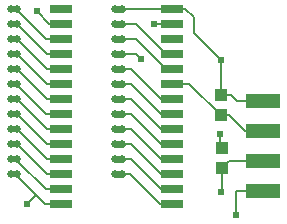
<source format=gbr>
G04 EAGLE Gerber RS-274X export*
G75*
%MOMM*%
%FSLAX34Y34*%
%LPD*%
%INTop Copper*%
%IPPOS*%
%AMOC8*
5,1,8,0,0,1.08239X$1,22.5*%
G01*
%ADD10R,1.922000X0.650000*%
%ADD11C,0.654000*%
%ADD12R,3.000000X1.250000*%
%ADD13R,1.100000X1.000000*%
%ADD14C,0.203200*%
%ADD15C,0.558800*%
%ADD16C,0.609600*%


D10*
X52428Y190500D03*
X52428Y177800D03*
X52428Y165100D03*
X52428Y152400D03*
X52428Y139700D03*
X52428Y127000D03*
X52428Y114300D03*
X52428Y101600D03*
X52428Y88900D03*
X52428Y76200D03*
X52428Y63500D03*
X52428Y50800D03*
X52428Y38100D03*
X52428Y25400D03*
X146708Y25400D03*
X146708Y38100D03*
X146708Y50800D03*
X146708Y63500D03*
X146708Y76200D03*
X146708Y88900D03*
X146708Y101600D03*
X146708Y114300D03*
X146708Y127000D03*
X146708Y139700D03*
X146708Y152400D03*
X146708Y165100D03*
X146708Y177800D03*
X146708Y190500D03*
D11*
X10160Y190500D03*
X10160Y177800D03*
X10160Y165100D03*
X10160Y152400D03*
X10160Y139700D03*
X10160Y127000D03*
X10160Y114300D03*
X10160Y101600D03*
X10160Y88900D03*
X10160Y76200D03*
X10160Y63500D03*
X10160Y50800D03*
X104140Y50800D03*
X104140Y63500D03*
X104140Y76200D03*
X104140Y88900D03*
X104140Y101600D03*
X104140Y114300D03*
X104140Y127000D03*
X104140Y139700D03*
X104140Y152400D03*
X104140Y165100D03*
X104140Y177800D03*
X104140Y190500D03*
X15875Y76200D03*
X15875Y190500D03*
X15875Y177800D03*
X15875Y165100D03*
X15875Y152400D03*
X15875Y139700D03*
X15875Y127000D03*
X15875Y114300D03*
X15875Y101600D03*
X15875Y88900D03*
X15875Y63500D03*
X15875Y50800D03*
X98425Y50800D03*
X98425Y63500D03*
X98425Y76200D03*
X98425Y88900D03*
X98425Y101600D03*
X98425Y114300D03*
X98425Y127000D03*
X98425Y139700D03*
X98425Y152400D03*
X98425Y165100D03*
X98425Y177800D03*
X98425Y190500D03*
D12*
X223406Y86614D03*
X223406Y61214D03*
X223406Y35814D03*
X223406Y112014D03*
D13*
X189230Y55762D03*
X189230Y72762D03*
X187960Y100466D03*
X187960Y117466D03*
D14*
X116078Y177800D02*
X104140Y177800D01*
X116078Y177800D02*
X141478Y152400D01*
X146708Y152400D01*
D15*
X104140Y177800D02*
X98425Y177800D01*
D14*
X104140Y165100D02*
X115824Y165100D01*
X141224Y139700D01*
X146708Y139700D01*
D15*
X104140Y165100D02*
X98425Y165100D01*
D16*
X120650Y148082D03*
D14*
X116332Y152400D02*
X104140Y152400D01*
X116332Y152400D02*
X120650Y148082D01*
D16*
X131572Y177800D03*
D14*
X146708Y177800D01*
D15*
X104140Y152400D02*
X98425Y152400D01*
D14*
X104140Y139700D02*
X112268Y139700D01*
X137668Y114300D01*
X146708Y114300D01*
D15*
X104140Y139700D02*
X98425Y139700D01*
D14*
X104140Y127000D02*
X111760Y127000D01*
X137160Y101600D01*
X146708Y101600D01*
D15*
X104140Y127000D02*
X98425Y127000D01*
D14*
X104140Y114300D02*
X112014Y114300D01*
X137414Y88900D01*
X146708Y88900D01*
D15*
X104140Y114300D02*
X98425Y114300D01*
D14*
X104140Y101600D02*
X112014Y101600D01*
X137414Y76200D01*
X146708Y76200D01*
D15*
X104140Y101600D02*
X98425Y101600D01*
D14*
X104140Y88900D02*
X112268Y88900D01*
X137668Y63500D01*
X146708Y63500D01*
D15*
X104140Y88900D02*
X98425Y88900D01*
D14*
X104140Y76200D02*
X111760Y76200D01*
X137160Y50800D01*
X146708Y50800D01*
D15*
X104140Y76200D02*
X98425Y76200D01*
D14*
X104140Y63500D02*
X111760Y63500D01*
X137160Y38100D02*
X146708Y38100D01*
X137160Y38100D02*
X111760Y63500D01*
D15*
X104140Y63500D02*
X98425Y63500D01*
D14*
X104140Y50800D02*
X111506Y50800D01*
X136906Y25400D01*
X146708Y25400D01*
D15*
X104140Y50800D02*
X98425Y50800D01*
D14*
X52428Y165100D02*
X40132Y165100D01*
X15875Y189357D01*
X15875Y190500D01*
X40640Y152400D02*
X52428Y152400D01*
X40640Y152400D02*
X15875Y177165D01*
X15875Y177800D01*
X40894Y139700D02*
X52428Y139700D01*
X40894Y139700D02*
X15875Y164719D01*
X15875Y165100D01*
X40640Y127000D02*
X52428Y127000D01*
X40640Y127000D02*
X15875Y151765D01*
X15875Y152400D01*
X40640Y114300D02*
X52428Y114300D01*
X40640Y114300D02*
X15875Y139065D01*
X15875Y139700D01*
X39878Y101600D02*
X52428Y101600D01*
X39878Y101600D02*
X15875Y125603D01*
X15875Y127000D01*
X40640Y88900D02*
X52428Y88900D01*
X40640Y88900D02*
X15875Y113665D01*
X15875Y114300D01*
X15875Y101600D02*
X41275Y76200D01*
X52428Y76200D01*
X52428Y63500D02*
X40894Y63500D01*
X15875Y88519D01*
X15875Y88900D01*
X15875Y76200D02*
X41275Y50800D01*
X52428Y50800D01*
X52428Y38100D02*
X39624Y38100D01*
X15875Y61849D01*
X15875Y63500D01*
X104140Y190500D02*
X146708Y190500D01*
X187960Y117466D02*
X196618Y117466D01*
X202070Y112014D02*
X223406Y112014D01*
X202070Y112014D02*
X196618Y117466D01*
D16*
X187960Y147320D03*
X186944Y84328D03*
D14*
X157630Y190500D02*
X146708Y190500D01*
X157630Y190500D02*
X165100Y183030D01*
X165100Y170180D01*
X187960Y147320D01*
X187960Y117466D01*
X186944Y75048D02*
X189230Y72762D01*
X186944Y75048D02*
X186944Y84328D01*
D15*
X104140Y190500D02*
X98425Y190500D01*
D14*
X52428Y25400D02*
X38862Y25400D01*
X31369Y32893D01*
D16*
X23876Y25146D03*
D14*
X23876Y25400D01*
X31369Y32893D01*
D16*
X201168Y15748D03*
D14*
X201168Y35814D02*
X223406Y35814D01*
X201168Y35814D02*
X201168Y15748D01*
X31369Y32893D02*
X15875Y48387D01*
X15875Y50800D01*
X42926Y177800D02*
X52428Y177800D01*
X42926Y177800D02*
X32004Y188722D01*
D16*
X32004Y188722D03*
D14*
X189230Y55762D02*
X194682Y61214D01*
X223406Y61214D01*
D16*
X188468Y35560D03*
D14*
X189230Y36322D02*
X189230Y55762D01*
X189230Y36322D02*
X188468Y35560D01*
X208928Y86614D02*
X223406Y86614D01*
X208928Y86614D02*
X195076Y100466D01*
X187960Y100466D01*
X161426Y127000D01*
X146708Y127000D01*
M02*

</source>
